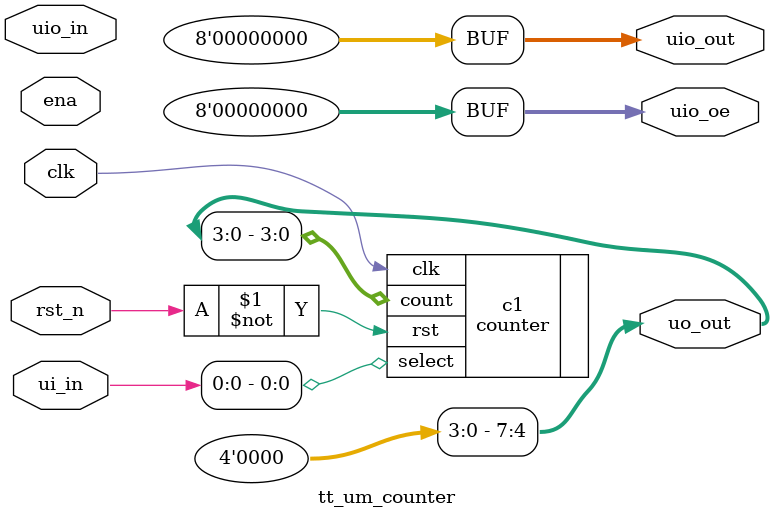
<source format=v>
`define default_netname none

module tt_um_counter (
    input  wire [7:0] ui_in,    // Dedicated inputs
    output wire [7:0] uo_out,   // Dedicated outputs
    input  wire [7:0] uio_in,   // IOs: Input path
    output wire [7:0] uio_out,  // IOs: Output path
    output wire [7:0] uio_oe,   // IOs: Enable path (active high: 0=input, 1=output)
    input  wire       ena,      // will go high when the design is enabled
    input  wire       clk,      // clock
    input  wire       rst_n     // reset_n - low to reset
);

  // All output pins must be assigned. If not used, assign to 0.
  // assign uo_out  = ui_in + uio_in;  // Example: ou_out is the sum of ui_in and uio_in
  // assign uio_out = 0;
  // assign uio_oe  = 0;		
  
   

    counter #(.bits(4)) c1 (.clk(clk), .rst(~rst_n), .select(ui_in[0]), .count(uo_out[3:0]));
    assign uio_oe = 8'b00000000;
    assign uio_out[7:0] = 8'b00000000;
    assign uo_out[7:4] = 4'b0000;

endmodule

</source>
